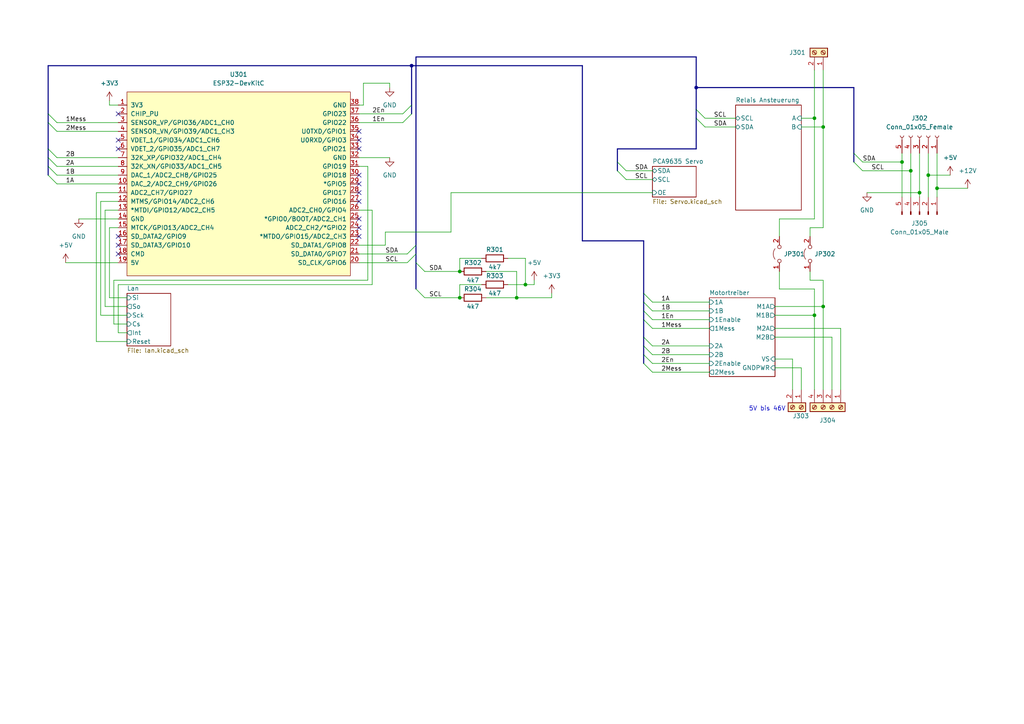
<source format=kicad_sch>
(kicad_sch (version 20211123) (generator eeschema)
  (paper "A4")
  (title_block (title "ESP32 Relaiskarte") (date "2022-03-30") (rev "0.0.3") (company "makerspace Bocholt") (comment 1 "+ optionale Servo Ansteuerung") (comment 2 "+ optionale Lan Karte") (comment 4 "Frank Tobergte"))
  (lib_symbols
    (symbol "Connector:Conn_01x05_Female" (pin_names (offset 1.016) hide)
      (property "Reference" "J" (at 0 7.62 0))
      (property "Value" "Conn_01x05_Female" (at 0 -7.62 0))
      (symbol "Conn_01x05_Female_1_1"
        (arc (start 0 -4.572) (mid -0.508 -5.08) (end 0 -5.588) (stroke (width 0.1524)))
        (arc (start 0 -2.032) (mid -0.508 -2.54) (end 0 -3.048) (stroke (width 0.1524)))
        (polyline (pts (xy -1.27 -5.08) (xy -0.508 -5.08)) (stroke (width 0.1524)))
        (polyline (pts (xy -1.27 -2.54) (xy -0.508 -2.54)) (stroke (width 0.1524)))
        (polyline (pts (xy -1.27 0) (xy -0.508 0)) (stroke (width 0.1524)))
        (polyline (pts (xy -1.27 2.54) (xy -0.508 2.54)) (stroke (width 0.1524)))
        (polyline (pts (xy -1.27 5.08) (xy -0.508 5.08)) (stroke (width 0.1524)))
        (arc (start 0 0.508) (mid -0.508 0) (end 0 -0.508) (stroke (width 0.1524)))
        (arc (start 0 3.048) (mid -0.508 2.54) (end 0 2.032) (stroke (width 0.1524)))
        (arc (start 0 5.588) (mid -0.508 5.08) (end 0 4.572) (stroke (width 0.1524)))
        (pin passive line (at -5.08 5.08 0) (length 3.81) (name "Pin_1") (number "1"))
        (pin passive line (at -5.08 2.54 0) (length 3.81) (name "Pin_2") (number "2"))
        (pin passive line (at -5.08 0 0) (length 3.81) (name "Pin_3") (number "3"))
        (pin passive line (at -5.08 -2.54 0) (length 3.81) (name "Pin_4") (number "4"))
        (pin passive line (at -5.08 -5.08 0) (length 3.81) (name "Pin_5") (number "5"))
      )
    )
    (symbol "Connector:Conn_01x05_Male" (pin_names (offset 1.016) hide)
      (property "Reference" "J" (at 0 7.62 0))
      (property "Value" "Conn_01x05_Male" (at 0 -7.62 0))
      (symbol "Conn_01x05_Male_1_1"
        (polyline (pts (xy 1.27 -5.08) (xy 0.8636 -5.08)) (stroke (width 0.1524)))
        (polyline (pts (xy 1.27 -2.54) (xy 0.8636 -2.54)) (stroke (width 0.1524)))
        (polyline (pts (xy 1.27 0) (xy 0.8636 0)) (stroke (width 0.1524)))
        (polyline (pts (xy 1.27 2.54) (xy 0.8636 2.54)) (stroke (width 0.1524)))
        (polyline (pts (xy 1.27 5.08) (xy 0.8636 5.08)) (stroke (width 0.1524)))
        (rectangle (start 0.8636 -4.953) (end 0 -5.207) (stroke (width 0.1524)) (fill (type outline)))
        (rectangle (start 0.8636 -2.413) (end 0 -2.667) (stroke (width 0.1524)) (fill (type outline)))
        (rectangle (start 0.8636 0.127) (end 0 -0.127) (stroke (width 0.1524)) (fill (type outline)))
        (rectangle (start 0.8636 2.667) (end 0 2.413) (stroke (width 0.1524)) (fill (type outline)))
        (rectangle (start 0.8636 5.207) (end 0 4.953) (stroke (width 0.1524)) (fill (type outline)))
        (pin passive line (at 5.08 5.08 180) (length 3.81) (name "Pin_1") (number "1"))
        (pin passive line (at 5.08 2.54 180) (length 3.81) (name "Pin_2") (number "2"))
        (pin passive line (at 5.08 0 180) (length 3.81) (name "Pin_3") (number "3"))
        (pin passive line (at 5.08 -2.54 180) (length 3.81) (name "Pin_4") (number "4"))
        (pin passive line (at 5.08 -5.08 180) (length 3.81) (name "Pin_5") (number "5"))
      )
    )
    (symbol "Connector:Screw_Terminal_01x02" (pin_names (offset 1.016) hide)
      (property "Reference" "J" (at 0 2.54 0))
      (property "Value" "Screw_Terminal_01x02" (at 0 -5.08 0))
      (symbol "Screw_Terminal_01x02_1_1"
        (rectangle (start -1.27 1.27) (end 1.27 -3.81) (stroke (width 0.254)) (fill (type background)))
        (circle (center 0 -2.54) (radius 0.635) (stroke (width 0.1524)))
        (polyline (pts (xy -0.5334 -2.2098) (xy 0.3302 -3.048)) (stroke (width 0.1524)))
        (polyline (pts (xy -0.5334 0.3302) (xy 0.3302 -0.508)) (stroke (width 0.1524)))
        (polyline (pts (xy -0.3556 -2.032) (xy 0.508 -2.8702)) (stroke (width 0.1524)))
        (polyline (pts (xy -0.3556 0.508) (xy 0.508 -0.3302)) (stroke (width 0.1524)))
        (circle (center 0 0) (radius 0.635) (stroke (width 0.1524)))
        (pin passive line (at -5.08 0 0) (length 3.81) (name "Pin_1") (number "1"))
        (pin passive line (at -5.08 -2.54 0) (length 3.81) (name "Pin_2") (number "2"))
      )
    )
    (symbol "Connector:Screw_Terminal_01x04" (pin_names (offset 1.016) hide)
      (property "Reference" "J" (at 0 5.08 0))
      (property "Value" "Screw_Terminal_01x04" (at 0 -7.62 0))
      (symbol "Screw_Terminal_01x04_1_1"
        (rectangle (start -1.27 3.81) (end 1.27 -6.35) (stroke (width 0.254)) (fill (type background)))
        (circle (center 0 -5.08) (radius 0.635) (stroke (width 0.1524)))
        (circle (center 0 -2.54) (radius 0.635) (stroke (width 0.1524)))
        (polyline (pts (xy -0.5334 -4.7498) (xy 0.3302 -5.588)) (stroke (width 0.1524)))
        (polyline (pts (xy -0.5334 -2.2098) (xy 0.3302 -3.048)) (stroke (width 0.1524)))
        (polyline (pts (xy -0.5334 0.3302) (xy 0.3302 -0.508)) (stroke (width 0.1524)))
        (polyline (pts (xy -0.5334 2.8702) (xy 0.3302 2.032)) (stroke (width 0.1524)))
        (polyline (pts (xy -0.3556 -4.572) (xy 0.508 -5.4102)) (stroke (width 0.1524)))
        (polyline (pts (xy -0.3556 -2.032) (xy 0.508 -2.8702)) (stroke (width 0.1524)))
        (polyline (pts (xy -0.3556 0.508) (xy 0.508 -0.3302)) (stroke (width 0.1524)))
        (polyline (pts (xy -0.3556 3.048) (xy 0.508 2.2098)) (stroke (width 0.1524)))
        (circle (center 0 0) (radius 0.635) (stroke (width 0.1524)))
        (circle (center 0 2.54) (radius 0.635) (stroke (width 0.1524)))
        (pin passive line (at -5.08 2.54 0) (length 3.81) (name "Pin_1") (number "1"))
        (pin passive line (at -5.08 0 0) (length 3.81) (name "Pin_2") (number "2"))
        (pin passive line (at -5.08 -2.54 0) (length 3.81) (name "Pin_3") (number "3"))
        (pin passive line (at -5.08 -5.08 0) (length 3.81) (name "Pin_4") (number "4"))
      )
    )
    (symbol "Device:R" (pin_numbers hide) (pin_names (offset 0))
      (property "Reference" "R" (at 2.032 0 90))
      (property "Value" "R" (at 0 0 90))
      (symbol "R_0_1"
        (rectangle (start -1.016 -2.54) (end 1.016 2.54) (stroke (width 0.254)))
      )
      (symbol "R_1_1"
        (pin passive line (at 0 3.81 270) (length 1.27) (name "~") (number "1"))
        (pin passive line (at 0 -3.81 90) (length 1.27) (name "~") (number "2"))
      )
    )
    (symbol "Espressif:ESP32-DevKitC" (pin_names (offset 1.016))
      (property "Reference" "U" (at -8.89 26.67 0))
      (property "Value" "ESP32-DevKitC" (at 0 -29.21 0))
      (symbol "ESP32-DevKitC_0_0"
        (pin power_in line (at -33.02 -11.43 0) (length 2.54) (name "GND") (number "14"))
        (pin power_in line (at -33.02 -24.13 0) (length 2.54) (name "5V") (number "19"))
      )
      (symbol "ESP32-DevKitC_0_1"
        (rectangle (start -30.48 25.4) (end 34.29 -27.94) (fill (type background)))
      )
      (symbol "ESP32-DevKitC_1_1"
        (pin power_in line (at -33.02 21.59 0) (length 2.54) (name "3V3") (number "1"))
        (pin bidirectional line (at -33.02 -1.27 0) (length 2.54) (name "DAC_2/ADC2_CH9/GPIO26") (number "10"))
        (pin bidirectional line (at -33.02 -3.81 0) (length 2.54) (name "ADC2_CH7/GPIO27") (number "11"))
        (pin bidirectional line (at -33.02 -6.35 0) (length 2.54) (name "MTMS/GPIO14/ADC2_CH6") (number "12"))
        (pin bidirectional line (at -33.02 -8.89 0) (length 2.54) (name "*MTDI/GPIO12/ADC2_CH5") (number "13"))
        (pin bidirectional line (at -33.02 -13.97 0) (length 2.54) (name "MTCK/GPIO13/ADC2_CH4") (number "15"))
        (pin bidirectional line (at -33.02 -16.51 0) (length 2.54) (name "SD_DATA2/GPIO9") (number "16"))
        (pin bidirectional line (at -33.02 -19.05 0) (length 2.54) (name "SD_DATA3/GPIO10") (number "17"))
        (pin bidirectional line (at -33.02 -21.59 0) (length 2.54) (name "CMD") (number "18"))
        (pin input line (at -33.02 19.05 0) (length 2.54) (name "CHIP_PU") (number "2"))
        (pin bidirectional line (at 36.83 -24.13 180) (length 2.54) (name "SD_CLK/GPIO6") (number "20"))
        (pin bidirectional line (at 36.83 -21.59 180) (length 2.54) (name "SD_DATA0/GPIO7") (number "21"))
        (pin bidirectional line (at 36.83 -19.05 180) (length 2.54) (name "SD_DATA1/GPIO8") (number "22"))
        (pin bidirectional line (at 36.83 -16.51 180) (length 2.54) (name "*MTDO/GPIO15/ADC2_CH3") (number "23"))
        (pin bidirectional line (at 36.83 -13.97 180) (length 2.54) (name "ADC2_CH2/*GPIO2") (number "24"))
        (pin bidirectional line (at 36.83 -11.43 180) (length 2.54) (name "*GPIO0/BOOT/ADC2_CH1") (number "25"))
        (pin bidirectional line (at 36.83 -8.89 180) (length 2.54) (name "ADC2_CH0/GPIO4") (number "26"))
        (pin bidirectional line (at 36.83 -6.35 180) (length 2.54) (name "GPIO16") (number "27"))
        (pin bidirectional line (at 36.83 -3.81 180) (length 2.54) (name "GPIO17") (number "28"))
        (pin bidirectional line (at 36.83 -1.27 180) (length 2.54) (name "*GPIO5") (number "29"))
        (pin input line (at -33.02 16.51 0) (length 2.54) (name "SENSOR_VP/GPIO36/ADC1_CH0") (number "3"))
        (pin bidirectional line (at 36.83 1.27 180) (length 2.54) (name "GPIO18") (number "30"))
        (pin bidirectional line (at 36.83 3.81 180) (length 2.54) (name "GPIO19") (number "31"))
        (pin power_in line (at 36.83 6.35 180) (length 2.54) (name "GND") (number "32"))
        (pin bidirectional line (at 36.83 8.89 180) (length 2.54) (name "GPIO21") (number "33"))
        (pin bidirectional line (at 36.83 11.43 180) (length 2.54) (name "U0RXD/GPIO3") (number "34"))
        (pin bidirectional line (at 36.83 13.97 180) (length 2.54) (name "U0TXD/GPIO1") (number "35"))
        (pin bidirectional line (at 36.83 16.51 180) (length 2.54) (name "GPIO22") (number "36"))
        (pin bidirectional line (at 36.83 19.05 180) (length 2.54) (name "GPIO23") (number "37"))
        (pin power_in line (at 36.83 21.59 180) (length 2.54) (name "GND") (number "38"))
        (pin input line (at -33.02 13.97 0) (length 2.54) (name "SENSOR_VN/GPIO39/ADC1_CH3") (number "4"))
        (pin input line (at -33.02 11.43 0) (length 2.54) (name "VDET_1/GPIO34/ADC1_CH6") (number "5"))
        (pin input line (at -33.02 8.89 0) (length 2.54) (name "VDET_2/GPIO35/ADC1_CH7") (number "6"))
        (pin bidirectional line (at -33.02 6.35 0) (length 2.54) (name "32K_XP/GPIO32/ADC1_CH4") (number "7"))
        (pin bidirectional line (at -33.02 3.81 0) (length 2.54) (name "32K_XN/GPIO33/ADC1_CH5") (number "8"))
        (pin bidirectional line (at -33.02 1.27 0) (length 2.54) (name "DAC_1/ADC2_CH8/GPIO25") (number "9"))
      )
    )
    (symbol "Jumper:Jumper_2_Open" (pin_names (offset 0) hide)
      (property "Reference" "JP" (at 0 2.794 0))
      (property "Value" "Jumper_2_Open" (at 0 -2.286 0))
      (symbol "Jumper_2_Open_0_0"
        (circle (center -2.032 0) (radius 0.508))
        (circle (center 2.032 0) (radius 0.508))
      )
      (symbol "Jumper_2_Open_0_1"
        (arc (start 1.524 1.27) (mid 0 1.778) (end -1.524 1.27))
      )
      (symbol "Jumper_2_Open_1_1"
        (pin passive line (at -5.08 0 0) (length 2.54) (name "A") (number "1"))
        (pin passive line (at 5.08 0 180) (length 2.54) (name "B") (number "2"))
      )
    )
    (symbol "power:+12V" (power) (pin_names (offset 0))
      (property "Value" "+12V" (at 0 3.556 0))
      (symbol "+12V_0_1"
        (polyline (pts (xy -0.762 1.27) (xy 0 2.54)))
        (polyline (pts (xy 0 0) (xy 0 2.54)))
        (polyline (pts (xy 0 2.54) (xy 0.762 1.27)))
      )
      (symbol "+12V_1_1"
        (pin power_in line (at 0 0 90) (length 0) hide (name "+12V") (number "1"))
      )
    )
    (symbol "power:+3.3V" (power) (pin_names (offset 0))
      (property "Value" "+3.3V" (at 0 3.556 0))
      (symbol "+3.3V_0_1"
        (polyline (pts (xy -0.762 1.27) (xy 0 2.54)))
        (polyline (pts (xy 0 0) (xy 0 2.54)))
        (polyline (pts (xy 0 2.54) (xy 0.762 1.27)))
      )
      (symbol "+3.3V_1_1"
        (pin power_in line (at 0 0 90) (length 0) hide (name "+3V3") (number "1"))
      )
    )
    (symbol "power:+5V" (power) (pin_names (offset 0))
      (property "Value" "+5V" (at 0 3.556 0))
      (symbol "+5V_0_1"
        (polyline (pts (xy -0.762 1.27) (xy 0 2.54)))
        (polyline (pts (xy 0 0) (xy 0 2.54)))
        (polyline (pts (xy 0 2.54) (xy 0.762 1.27)))
      )
      (symbol "+5V_1_1"
        (pin power_in line (at 0 0 90) (length 0) hide (name "+5V") (number "1"))
      )
    )
    (symbol "power:GND" (power) (pin_names (offset 0))
      (property "Value" "GND" (at 0 -3.81 0))
      (symbol "GND_0_1"
        (polyline (pts (xy 0 0) (xy 0 -1.27) (xy 1.27 -1.27) (xy 0 -2.54) (xy -1.27 -1.27) (xy 0 -1.27)))
      )
      (symbol "GND_1_1"
        (pin power_in line (at 0 0 270) (length 0) hide (name "GND") (number "1"))
      )
    )
  )
  (junction (at 238.76 88.9))
  (junction (at 264.16 49.53))
  (junction (at 238.76 36.83))
  (junction (at 271.78 54.61))
  (junction (at 236.22 91.44))
  (junction (at 119.38 19.05))
  (junction (at 149.86 86.36))
  (junction (at 266.7 55.88))
  (junction (at 201.93 25.4))
  (junction (at 261.62 46.99))
  (junction (at 133.35 78.74))
  (junction (at 236.22 34.29))
  (junction (at 152.4 82.55))
  (junction (at 269.24 50.8))
  (junction (at 133.35 86.36))
  (no_connect (at 104.14 53.34))
  (no_connect (at 104.14 38.1))
  (no_connect (at 104.14 40.64))
  (no_connect (at 104.14 43.18))
  (no_connect (at 104.14 68.58))
  (no_connect (at 104.14 66.04))
  (no_connect (at 34.29 33.02))
  (no_connect (at 34.29 73.66))
  (no_connect (at 34.29 71.12))
  (no_connect (at 34.29 68.58))
  (no_connect (at 104.14 50.8))
  (no_connect (at 104.14 55.88))
  (no_connect (at 104.14 58.42))
  (no_connect (at 104.14 63.5))
  (no_connect (at 34.29 43.18))
  (no_connect (at 34.29 40.64))
  (bus_entry (at 118.11 73.66) (size 2.54 -2.54))
  (bus_entry (at 118.11 76.2) (size 2.54 -2.54))
  (bus_entry (at 120.65 83.82) (size 2.54 2.54))
  (bus_entry (at 120.65 76.2) (size 2.54 2.54))
  (bus_entry (at 201.93 34.29) (size 2.54 2.54))
  (bus_entry (at 179.07 49.53) (size 2.54 2.54))
  (bus_entry (at 179.07 46.99) (size 2.54 2.54))
  (bus_entry (at 13.97 33.02) (size 2.54 2.54))
  (bus_entry (at 13.97 50.8) (size 2.54 2.54))
  (bus_entry (at 201.93 31.75) (size 2.54 2.54))
  (bus_entry (at 16.51 38.1) (size -2.54 -2.54))
  (bus_entry (at 16.51 45.72) (size -2.54 -2.54))
  (bus_entry (at 16.51 48.26) (size -2.54 -2.54))
  (bus_entry (at 16.51 50.8) (size -2.54 -2.54))
  (bus_entry (at 186.69 97.79) (size 2.54 2.54))
  (bus_entry (at 186.69 100.33) (size 2.54 2.54))
  (bus_entry (at 186.69 102.87) (size 2.54 2.54))
  (bus_entry (at 189.23 107.95) (size -2.54 -2.54))
  (bus_entry (at 186.69 85.09) (size 2.54 2.54))
  (bus_entry (at 186.69 87.63) (size 2.54 2.54))
  (bus_entry (at 186.69 90.17) (size 2.54 2.54))
  (bus_entry (at 186.69 92.71) (size 2.54 2.54))
  (bus_entry (at 116.84 35.56) (size 2.54 -2.54))
  (bus_entry (at 116.84 33.02) (size 2.54 -2.54))
  (bus_entry (at 247.65 46.99) (size 2.54 2.54))
  (bus_entry (at 247.65 44.45) (size 2.54 2.54))
  (wire (pts (xy 236.22 20.32) (xy 236.22 34.29)))
  (wire (pts (xy 104.14 35.56) (xy 116.84 35.56)))
  (wire (pts (xy 232.41 113.03) (xy 232.41 106.68)))
  (wire (pts (xy 34.29 82.55) (xy 34.29 96.52)))
  (wire (pts (xy 105.41 30.48) (xy 104.14 30.48)))
  (bus (pts (xy 186.69 97.79) (xy 186.69 100.33)))
  (bus (pts (xy 168.91 69.85) (xy 168.91 19.05)))
  (wire (pts (xy 36.83 86.36) (xy 31.75 86.36)))
  (wire (pts (xy 36.83 91.44) (xy 29.21 91.44)))
  (wire (pts (xy 269.24 44.45) (xy 269.24 50.8)))
  (bus (pts (xy 120.65 73.66) (xy 120.65 76.2)))
  (bus (pts (xy 13.97 35.56) (xy 13.97 43.18)))
  (bus (pts (xy 179.07 46.99) (xy 179.07 49.53)))
  (wire (pts (xy 123.19 78.74) (xy 133.35 78.74)))
  (wire (pts (xy 152.4 82.55) (xy 154.94 82.55)))
  (wire (pts (xy 133.35 86.36) (xy 133.35 82.55)))
  (wire (pts (xy 224.79 97.79) (xy 241.3 97.79)))
  (bus (pts (xy 201.93 25.4) (xy 247.65 25.4)))
  (bus (pts (xy 13.97 43.18) (xy 13.97 45.72)))
  (wire (pts (xy 181.61 52.07) (xy 189.23 52.07)))
  (bus (pts (xy 186.69 102.87) (xy 186.69 105.41)))
  (bus (pts (xy 119.38 30.48) (xy 119.38 33.02)))
  (wire (pts (xy 238.76 81.28) (xy 238.76 88.9)))
  (wire (pts (xy 133.35 74.93) (xy 139.7 74.93)))
  (wire (pts (xy 31.75 66.04) (xy 34.29 66.04)))
  (wire (pts (xy 27.94 55.88) (xy 34.29 55.88)))
  (wire (pts (xy 30.48 60.96) (xy 30.48 88.9)))
  (wire (pts (xy 238.76 88.9) (xy 238.76 113.03)))
  (wire (pts (xy 113.03 24.13) (xy 113.03 25.4)))
  (wire (pts (xy 236.22 83.82) (xy 236.22 91.44)))
  (bus (pts (xy 179.07 43.18) (xy 179.07 46.99)))
  (wire (pts (xy 31.75 66.04) (xy 31.75 86.36)))
  (bus (pts (xy 13.97 33.02) (xy 13.97 35.56)))
  (bus (pts (xy 120.65 76.2) (xy 120.65 83.82)))
  (wire (pts (xy 264.16 49.53) (xy 264.16 57.15)))
  (wire (pts (xy 133.35 78.74) (xy 133.35 74.93)))
  (wire (pts (xy 130.81 67.31) (xy 130.81 55.88)))
  (wire (pts (xy 189.23 92.71) (xy 205.74 92.71)))
  (wire (pts (xy 189.23 90.17) (xy 205.74 90.17)))
  (wire (pts (xy 104.14 71.12) (xy 111.76 71.12)))
  (wire (pts (xy 104.14 45.72) (xy 113.03 45.72)))
  (wire (pts (xy 149.86 86.36) (xy 160.02 86.36)))
  (wire (pts (xy 104.14 60.96) (xy 107.95 60.96)))
  (wire (pts (xy 111.76 67.31) (xy 130.81 67.31)))
  (wire (pts (xy 133.35 82.55) (xy 139.7 82.55)))
  (wire (pts (xy 16.51 53.34) (xy 34.29 53.34)))
  (bus (pts (xy 168.91 19.05) (xy 119.38 19.05)))
  (wire (pts (xy 224.79 88.9) (xy 238.76 88.9)))
  (wire (pts (xy 31.75 29.21) (xy 31.75 30.48)))
  (wire (pts (xy 261.62 46.99) (xy 261.62 57.15)))
  (wire (pts (xy 30.48 60.96) (xy 34.29 60.96)))
  (wire (pts (xy 236.22 91.44) (xy 236.22 113.03)))
  (wire (pts (xy 226.06 78.74) (xy 226.06 83.82)))
  (wire (pts (xy 16.51 50.8) (xy 34.29 50.8)))
  (wire (pts (xy 130.81 55.88) (xy 189.23 55.88)))
  (bus (pts (xy 186.69 100.33) (xy 186.69 102.87)))
  (wire (pts (xy 154.94 81.28) (xy 154.94 82.55)))
  (wire (pts (xy 250.19 49.53) (xy 264.16 49.53)))
  (wire (pts (xy 189.23 102.87) (xy 205.74 102.87)))
  (wire (pts (xy 19.05 76.2) (xy 34.29 76.2)))
  (wire (pts (xy 229.87 113.03) (xy 229.87 104.14)))
  (wire (pts (xy 104.14 48.26) (xy 106.68 48.26)))
  (wire (pts (xy 111.76 71.12) (xy 111.76 67.31)))
  (bus (pts (xy 120.65 71.12) (xy 120.65 73.66)))
  (bus (pts (xy 247.65 25.4) (xy 247.65 44.45)))
  (wire (pts (xy 105.41 24.13) (xy 105.41 30.48)))
  (wire (pts (xy 271.78 54.61) (xy 280.67 54.61)))
  (wire (pts (xy 251.46 55.88) (xy 266.7 55.88)))
  (wire (pts (xy 224.79 95.25) (xy 243.84 95.25)))
  (bus (pts (xy 186.69 69.85) (xy 168.91 69.85)))
  (wire (pts (xy 238.76 20.32) (xy 238.76 36.83)))
  (wire (pts (xy 33.02 93.98) (xy 36.83 93.98)))
  (wire (pts (xy 271.78 44.45) (xy 271.78 54.61)))
  (wire (pts (xy 152.4 82.55) (xy 152.4 74.93)))
  (wire (pts (xy 189.23 100.33) (xy 205.74 100.33)))
  (wire (pts (xy 266.7 55.88) (xy 266.7 57.15)))
  (wire (pts (xy 232.41 36.83) (xy 238.76 36.83)))
  (wire (pts (xy 33.02 81.28) (xy 33.02 93.98)))
  (bus (pts (xy 247.65 44.45) (xy 247.65 46.99)))
  (wire (pts (xy 31.75 30.48) (xy 34.29 30.48)))
  (wire (pts (xy 234.95 78.74) (xy 234.95 81.28)))
  (wire (pts (xy 189.23 107.95) (xy 205.74 107.95)))
  (wire (pts (xy 105.41 24.13) (xy 113.03 24.13)))
  (bus (pts (xy 201.93 34.29) (xy 201.93 43.18)))
  (bus (pts (xy 119.38 19.05) (xy 119.38 30.48)))
  (wire (pts (xy 29.21 58.42) (xy 34.29 58.42)))
  (wire (pts (xy 234.95 66.04) (xy 234.95 68.58)))
  (bus (pts (xy 119.38 19.05) (xy 13.97 19.05)))
  (bus (pts (xy 120.65 16.51) (xy 120.65 71.12)))
  (wire (pts (xy 269.24 50.8) (xy 269.24 57.15)))
  (wire (pts (xy 264.16 44.45) (xy 264.16 49.53)))
  (wire (pts (xy 238.76 36.83) (xy 238.76 66.04)))
  (wire (pts (xy 189.23 95.25) (xy 205.74 95.25)))
  (bus (pts (xy 186.69 87.63) (xy 186.69 90.17)))
  (wire (pts (xy 36.83 99.06) (xy 27.94 99.06)))
  (wire (pts (xy 107.95 82.55) (xy 34.29 82.55)))
  (wire (pts (xy 269.24 50.8) (xy 275.59 50.8)))
  (wire (pts (xy 266.7 44.45) (xy 266.7 55.88)))
  (wire (pts (xy 271.78 54.61) (xy 271.78 57.15)))
  (wire (pts (xy 16.51 35.56) (xy 34.29 35.56)))
  (wire (pts (xy 261.62 44.45) (xy 261.62 46.99)))
  (bus (pts (xy 13.97 45.72) (xy 13.97 48.26)))
  (bus (pts (xy 201.93 43.18) (xy 179.07 43.18)))
  (wire (pts (xy 204.47 36.83) (xy 213.36 36.83)))
  (wire (pts (xy 250.19 46.99) (xy 261.62 46.99)))
  (wire (pts (xy 34.29 96.52) (xy 36.83 96.52)))
  (wire (pts (xy 16.51 48.26) (xy 34.29 48.26)))
  (wire (pts (xy 147.32 74.93) (xy 152.4 74.93)))
  (bus (pts (xy 13.97 48.26) (xy 13.97 50.8)))
  (wire (pts (xy 104.14 76.2) (xy 118.11 76.2)))
  (wire (pts (xy 104.14 73.66) (xy 118.11 73.66)))
  (wire (pts (xy 229.87 104.14) (xy 224.79 104.14)))
  (bus (pts (xy 120.65 16.51) (xy 201.93 16.51)))
  (wire (pts (xy 181.61 49.53) (xy 189.23 49.53)))
  (bus (pts (xy 13.97 19.05) (xy 13.97 33.02)))
  (wire (pts (xy 106.68 48.26) (xy 106.68 81.28)))
  (wire (pts (xy 27.94 99.06) (xy 27.94 55.88)))
  (wire (pts (xy 226.06 83.82) (xy 236.22 83.82)))
  (wire (pts (xy 189.23 105.41) (xy 205.74 105.41)))
  (wire (pts (xy 29.21 91.44) (xy 29.21 58.42)))
  (wire (pts (xy 226.06 63.5) (xy 226.06 68.58)))
  (wire (pts (xy 232.41 106.68) (xy 224.79 106.68)))
  (wire (pts (xy 238.76 66.04) (xy 234.95 66.04)))
  (wire (pts (xy 234.95 81.28) (xy 238.76 81.28)))
  (wire (pts (xy 232.41 34.29) (xy 236.22 34.29)))
  (bus (pts (xy 186.69 85.09) (xy 186.69 87.63)))
  (wire (pts (xy 140.97 86.36) (xy 149.86 86.36)))
  (wire (pts (xy 104.14 33.02) (xy 116.84 33.02)))
  (wire (pts (xy 16.51 45.72) (xy 34.29 45.72)))
  (bus (pts (xy 201.93 25.4) (xy 201.93 31.75)))
  (bus (pts (xy 186.69 90.17) (xy 186.69 92.71)))
  (wire (pts (xy 149.86 78.74) (xy 149.86 86.36)))
  (bus (pts (xy 201.93 16.51) (xy 201.93 25.4)))
  (wire (pts (xy 224.79 91.44) (xy 236.22 91.44)))
  (wire (pts (xy 123.19 86.36) (xy 133.35 86.36)))
  (wire (pts (xy 36.83 88.9) (xy 30.48 88.9)))
  (wire (pts (xy 241.3 97.79) (xy 241.3 113.03)))
  (bus (pts (xy 186.69 92.71) (xy 186.69 97.79)))
  (wire (pts (xy 16.51 38.1) (xy 34.29 38.1)))
  (wire (pts (xy 160.02 85.09) (xy 160.02 86.36)))
  (wire (pts (xy 22.86 63.5) (xy 34.29 63.5)))
  (wire (pts (xy 189.23 87.63) (xy 205.74 87.63)))
  (wire (pts (xy 140.97 78.74) (xy 149.86 78.74)))
  (bus (pts (xy 186.69 69.85) (xy 186.69 85.09)))
  (wire (pts (xy 243.84 95.25) (xy 243.84 113.03)))
  (wire (pts (xy 107.95 60.96) (xy 107.95 82.55)))
  (wire (pts (xy 236.22 34.29) (xy 236.22 63.5)))
  (wire (pts (xy 106.68 81.28) (xy 33.02 81.28)))
  (wire (pts (xy 147.32 82.55) (xy 152.4 82.55)))
  (wire (pts (xy 204.47 34.29) (xy 213.36 34.29)))
  (wire (pts (xy 236.22 63.5) (xy 226.06 63.5)))
  (bus (pts (xy 201.93 34.29) (xy 201.93 31.75)))
  (text "5V bis 46V" (at 217.17 119.38 0) (effects (font (size 1.27 1.27)) (justify left bottom)))
  (label "2A" (at 19.05 48.26 0))
  (label "1A" (at 19.05 53.34 0))
  (label "SDA" (at 111.76 73.66 0))
  (label "SDA" (at 207.01 36.83 0))
  (label "2Mess" (at 19.05 38.1 0))
  (label "SCL" (at 184.15 52.07 0))
  (label "1B" (at 19.05 50.8 0))
  (label "SDA" (at 184.15 49.53 0))
  (label "2A" (at 191.77 100.33 0))
  (label "1En" (at 107.95 35.56 0))
  (label "SCL" (at 124.46 86.36 0))
  (label "2Mess" (at 191.77 107.95 0))
  (label "2B" (at 191.77 102.87 0))
  (label "1Mess" (at 19.05 35.56 0))
  (label "2B" (at 19.05 45.72 0))
  (label "2En" (at 107.95 33.02 0))
  (label "2En" (at 191.77 105.41 0))
  (label "SDA" (at 124.46 78.74 0))
  (label "1Mess" (at 191.77 95.25 0))
  (label "1En" (at 191.77 92.71 0))
  (label "SCL" (at 111.76 76.2 0))
  (label "SDA" (at 250.19 46.99 0))
  (label "1A" (at 191.77 87.63 0))
  (label "SCL" (at 252.73 49.53 0))
  (label "1B" (at 191.77 90.17 0))
  (label "SCL" (at 207.01 34.29 0))
  (symbol (lib_id "Device:R") (at 137.16 78.74 90) (unit 1)
    (property "Reference" "R302" (at 137.16 76.2 90))
    (property "Value" "4k7" (at 137.16 81.28 90))
    (property "Footprint" "Resistor_THT:R_Axial_DIN0207_L6.3mm_D2.5mm_P2.54mm_Vertical" (effects hide))
  )
  (symbol (lib_id "power:GND") (at 113.03 25.4 0) (unit 1)
    (property "Reference" "#PWR0107" (effects hide))
    (property "Value" "GND" (at 113.03 30.48 0))
  )
  (symbol (lib_id "Connector:Screw_Terminal_01x04") (at 241.3 118.11 270) (unit 1)
    (property "Reference" "J304" (at 240.03 121.92 90))
    (property "Value" "Screw_Terminal_01x04" (effects hide))
    (property "Footprint" "TerminalBlock_Phoenix:TerminalBlock_Phoenix_MKDS-1,5-4-5.08_1x04_P5.08mm_Horizontal" (effects hide))
  )
  (symbol (lib_id "Device:R") (at 143.51 82.55 90) (unit 1)
    (property "Reference" "R303" (at 143.51 80.01 90))
    (property "Value" "4k7" (at 143.51 85.09 90))
    (property "Footprint" "Resistor_THT:R_Axial_DIN0207_L6.3mm_D2.5mm_P2.54mm_Vertical" (effects hide))
  )
  (symbol (lib_id "Device:R") (at 137.16 86.36 90) (unit 1)
    (property "Reference" "R304" (at 137.16 83.82 90))
    (property "Value" "4k7" (at 137.16 88.9 90))
    (property "Footprint" "Resistor_THT:R_Axial_DIN0207_L6.3mm_D2.5mm_P2.54mm_Vertical" (effects hide))
  )
  (symbol (lib_id "power:GND") (at 251.46 55.88 0) (unit 1)
    (property "Reference" "#PWR0302" (effects hide))
    (property "Value" "GND" (at 251.46 60.96 0))
  )
  (symbol (lib_id "Connector:Screw_Terminal_01x02") (at 232.41 118.11 270) (unit 1)
    (property "Reference" "J303" (at 229.87 120.65 90) (effects (justify left)))
    (property "Value" "Screw_Terminal_01x02" (effects hide))
    (property "Footprint" "TerminalBlock_Phoenix:TerminalBlock_Phoenix_MKDS-1,5-2-5.08_1x02_P5.08mm_Horizontal" (effects hide))
  )
  (symbol (lib_id "power:+3.3V") (at 160.02 85.09 0) (unit 1)
    (property "Reference" "#PWR0306" (effects hide))
    (property "Value" "+3.3V" (at 160.02 80.01 0))
  )
  (symbol (lib_id "Espressif:ESP32-DevKitC") (at 67.31 52.07 0) (unit 1)
    (property "Reference" "U301" (at 69.215 21.59 0))
    (property "Value" "ESP32-DevKitC" (at 69.215 24.13 0))
    (property "Footprint" "Espressif:ESP32-DevKitC" (effects hide))
    (property "Datasheet" "https://docs.espressif.com/projects/esp-idf/zh_CN/latest/esp32/hw-reference/esp32/get-started-devkitc.html" (effects hide))
  )
  (symbol (lib_id "Jumper:Jumper_2_Open") (at 234.95 73.66 90) (unit 1)
    (property "Reference" "JP302" (at 236.22 73.6599 90) (effects (justify right)))
    (property "Value" "Jumper_2_Open" (effects hide))
    (property "Footprint" "Resistor_THT:R_Axial_DIN0207_L6.3mm_D2.5mm_P10.16mm_Horizontal" (effects hide))
  )
  (symbol (lib_id "Jumper:Jumper_2_Open") (at 226.06 73.66 90) (unit 1)
    (property "Reference" "JP301" (at 227.33 73.6599 90) (effects (justify right)))
    (property "Value" "Jumper_2_Open" (effects hide))
    (property "Footprint" "Resistor_THT:R_Axial_DIN0207_L6.3mm_D2.5mm_P10.16mm_Horizontal" (effects hide))
  )
  (symbol (lib_id "power:+12V") (at 280.67 54.61 0) (unit 1)
    (property "Reference" "#PWR0304" (effects hide))
    (property "Value" "+12V" (at 280.67 49.53 0))
  )
  (symbol (lib_id "power:GND") (at 113.03 45.72 0) (unit 1)
    (property "Reference" "#PWR0106" (effects hide))
    (property "Value" "GND" (at 113.03 50.8 0))
  )
  (symbol (lib_id "power:+5V") (at 19.05 76.2 0) (unit 1)
    (property "Reference" "#PWR0103" (effects hide))
    (property "Value" "+5V" (at 19.05 71.12 0))
  )
  (symbol (lib_id "Connector:Screw_Terminal_01x02") (at 238.76 15.24 270) (mirror x) (unit 1)
    (property "Reference" "J301" (at 233.68 15.2399 90) (effects (justify right)))
    (property "Value" "Screw_Terminal_01x02" (effects hide))
    (property "Footprint" "TerminalBlock_Phoenix:TerminalBlock_Phoenix_MKDS-1,5-2-5.08_1x02_P5.08mm_Horizontal" (effects hide))
  )
  (symbol (lib_id "Connector:Conn_01x05_Male") (at 266.7 62.23 270) (mirror x) (unit 1)
    (property "Reference" "J305" (at 266.7 64.77 90))
    (property "Value" "Conn_01x05_Male" (at 266.7 67.31 90))
    (property "Footprint" "Connector_PinHeader_2.54mm:PinHeader_1x05_P2.54mm_Horizontal" (effects hide))
  )
  (symbol (lib_id "power:GND") (at 22.86 63.5 0) (unit 1)
    (property "Reference" "#PWR0105" (effects hide))
    (property "Value" "GND" (at 22.86 68.58 0))
  )
  (symbol (lib_id "power:+5V") (at 154.94 81.28 0) (unit 1)
    (property "Reference" "#PWR0305" (effects hide))
    (property "Value" "+5V" (at 154.94 76.2 0))
  )
  (symbol (lib_id "power:+5V") (at 275.59 50.8 0) (unit 1)
    (property "Reference" "#PWR0303" (effects hide))
    (property "Value" "+5V" (at 275.59 45.72 0))
  )
  (symbol (lib_id "Connector:Conn_01x05_Female") (at 266.7 39.37 270) (mirror x) (unit 1)
    (property "Reference" "J302" (at 266.7 34.29 90))
    (property "Value" "Conn_01x05_Female" (at 266.7 36.83 90))
    (property "Footprint" "Connector_PinSocket_2.54mm:PinSocket_1x05_P2.54mm_Horizontal" (effects hide))
  )
  (symbol (lib_id "power:+3.3V") (at 31.75 29.21 0) (unit 1)
    (property "Reference" "#PWR0301" (effects hide))
    (property "Value" "+3.3V" (at 31.75 24.13 0))
  )
  (symbol (lib_id "Device:R") (at 143.51 74.93 90) (unit 1)
    (property "Reference" "R301" (at 143.51 72.39 90))
    (property "Value" "4k7" (at 143.51 77.47 90))
    (property "Footprint" "Resistor_THT:R_Axial_DIN0207_L6.3mm_D2.5mm_P2.54mm_Vertical" (effects hide))
  )
  (sheet (at 205.74 86.36) (size 19.05 22.86) (stroke (width 0.1524))
    (property "Sheet name" "Motortreiber" (at 205.74 85.6484 0) (effects (justify left bottom)))
    (property "Sheet file" "motortreiber.kicad_sch" (effects hide))
    (pin "M1B" output (at 224.79 91.44 0))
    (pin "M1A" output (at 224.79 88.9 0))
    (pin "M2B" output (at 224.79 97.79 0))
    (pin "M2A" output (at 224.79 95.25 0))
    (pin "1Enable" input (at 205.74 92.71 180))
    (pin "1B" input (at 205.74 90.17 180))
    (pin "1A" input (at 205.74 87.63 180))
    (pin "2Enable" input (at 205.74 105.41 180))
    (pin "2A" input (at 205.74 100.33 180))
    (pin "2B" input (at 205.74 102.87 180))
    (pin "2Mess" output (at 205.74 107.95 180))
    (pin "1Mess" output (at 205.74 95.25 180))
    (pin "VS" input (at 224.79 104.14 0))
    (pin "GNDPWR" input (at 224.79 106.68 0))
  )
  (sheet (at 189.23 48.26) (size 12.7 8.89) (stroke (width 0.1524))
    (property "Sheet name" "PCA9635 Servo" (at 189.23 47.5484 0) (effects (justify left bottom)))
    (property "Sheet file" "Servo.kicad_sch" (at 189.23 57.7346 0) (effects (justify left top)))
    (pin "OE" input (at 189.23 55.88 180))
    (pin "SDA" bidirectional (at 189.23 49.53 180))
    (pin "SCL" bidirectional (at 189.23 52.07 180))
  )
  (sheet (at 36.83 85.09) (size 12.7 15.24) (stroke (width 0.1524))
    (property "Sheet name" "Lan" (at 36.83 84.3784 0) (effects (justify left bottom)))
    (property "Sheet file" "lan.kicad_sch" (at 36.83 100.9146 0) (effects (justify left top)))
    (pin "Si" input (at 36.83 86.36 180))
    (pin "So" output (at 36.83 88.9 180))
    (pin "Sck" input (at 36.83 91.44 180))
    (pin "Cs" input (at 36.83 93.98 180))
    (pin "Int" output (at 36.83 96.52 180))
    (pin "Reset" input (at 36.83 99.06 180))
  )
  (sheet (at 213.36 30.48) (size 19.05 30.48) (stroke (width 0.1524))
    (property "Sheet name" "Relais Ansteuerung" (at 213.36 29.7684 0) (effects (justify left bottom)))
    (property "Sheet file" "RelaisAnsteuerung.kicad_sch" (effects hide))
    (pin "SDA" bidirectional (at 213.36 36.83 180))
    (pin "A" input (at 232.41 34.29 0))
    (pin "B" input (at 232.41 36.83 0))
    (pin "SCL" bidirectional (at 213.36 34.29 180))
  )
)
</source>
